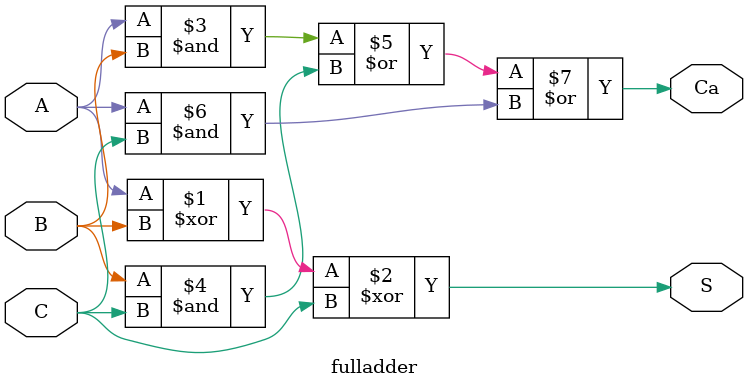
<source format=v>
module fulladder(S,Ca,A,B,C);
  input A,B,C;
  output S,Ca;
  xor(S,A,B,C);
  assign Ca=(A&B)|(B&C)|(A&C);
 endmodule

</source>
